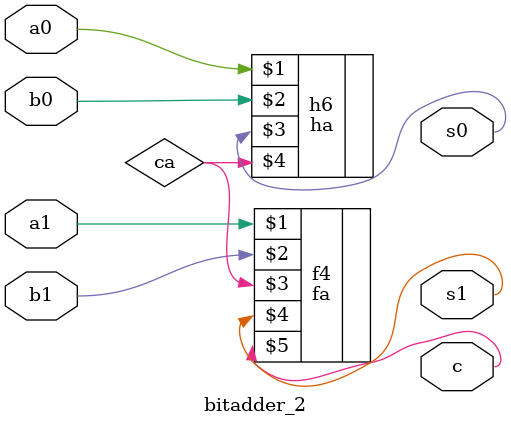
<source format=v>
`timescale 1ns / 1ps


module bitadder_2(a1,a0,b1,b0,s1,s0,c

    );
 input a1,a0,b1,b0;
 output s1,s0,c;
 wire ca;
 ha h6(a0,b0,s0,ca);
 fa f4(a1,b1,ca,s1,c);
endmodule

</source>
